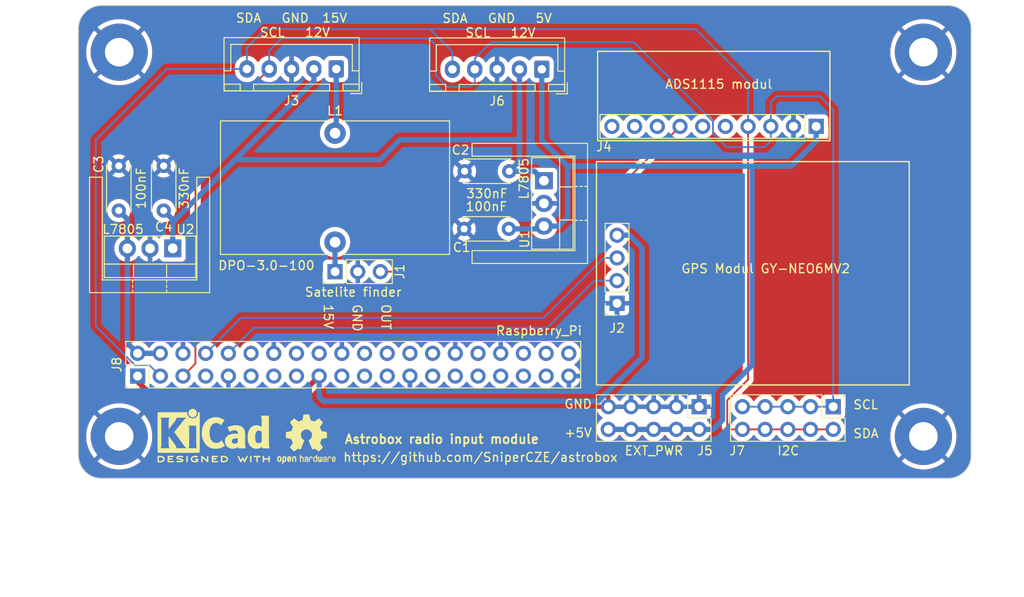
<source format=kicad_pcb>
(kicad_pcb (version 20240108) (generator "pcbnew") (generator_version "8.0")
  (title_block (title "Astrobox") (date "2024-04-13") (rev "1"))
  (layers (0 "F.Cu" signal) (31 "B.Cu" signal) (34 "B.Paste" user) (35 "F.Paste" user) (36 "B.SilkS" user "B.Silkscreen") (37 "F.SilkS" user "F.Silkscreen") (38 "B.Mask" user) (39 "F.Mask" user) (44 "Edge.Cuts" user))
  (net 0 "")
  (net 1 "/5V")
  (net 2 "GND")
  (net 3 "/12V")
  (net 4 "Net-(J1-Pin_1)")
  (net 5 "Net-(J1-Pin_3)")
  (net 6 "/15V")
  (net 31 "/3V3")
  (net 32 "/SDA")
  (net 33 "/SCL")
  (net 39 "/RPI-TX")
  (net 40 "/RPI-RX")
  (net 41 "Net-(U2-OUT)")
  (footprint "Connector_PinHeader_2.54mm:PinHeader_2x20_P2.54mm_Vertical" (layer "F.Cu") (at 67.056 71.247 90)
    (property "Reference" "J8" (at 1.27 -2.33 90) (layer "F.SilkS"))
    (property "Value" "Raspberry_Pi" (at 5.07 44.92 180) (layer "F.SilkS"))
    (pad "1" thru_hole rect (at 0 0 90) (size 1.7 1.7) (drill 1) (layers "*.Cu" "*.Mask") (net 31 "/3V3"))
    (pad "2" thru_hole oval (at 2.54 0 90) (size 1.7 1.7) (drill 1) (layers "*.Cu" "*.Mask") (net 41 "Net-(U2-OUT)"))
    (pad "3" thru_hole oval (at 0 2.54 90) (size 1.7 1.7) (drill 1) (layers "*.Cu" "*.Mask") (net 32 "/SDA"))
    (pad "4" thru_hole oval (at 2.54 2.54 90) (size 1.7 1.7) (drill 1) (layers "*.Cu" "*.Mask") (net 41 "Net-(U2-OUT)"))
    (pad "5" thru_hole oval (at 0 5.08 90) (size 1.7 1.7) (drill 1) (layers "*.Cu" "*.Mask") (net 33 "/SCL"))
    (pad "6" thru_hole oval (at 2.54 5.08 90) (size 1.7 1.7) (drill 1) (layers "*.Cu" "*.Mask") (net 2 "GND"))
    (pad "7" thru_hole oval (at 0 7.62 90) (size 1.7 1.7) (drill 1) (layers "*.Cu" "*.Mask"))
    (pad "8" thru_hole oval (at 2.54 7.62 90) (size 1.7 1.7) (drill 1) (layers "*.Cu" "*.Mask") (net 39 "/RPI-TX"))
    (pad "9" thru_hole oval (at 0 10.16 90) (size 1.7 1.7) (drill 1) (layers "*.Cu" "*.Mask") (net 2 "GND"))
    (pad "10" thru_hole oval (at 2.54 10.16 90) (size 1.7 1.7) (drill 1) (layers "*.Cu" "*.Mask") (net 40 "/RPI-RX"))
    (pad "11" thru_hole oval (at 0 12.7 90) (size 1.7 1.7) (drill 1) (layers "*.Cu" "*.Mask"))
    (pad "12" thru_hole oval (at 2.54 12.7 90) (size 1.7 1.7) (drill 1) (layers "*.Cu" "*.Mask"))
    (pad "13" thru_hole oval (at 0 15.24 90) (size 1.7 1.7) (drill 1) (layers "*.Cu" "*.Mask"))
    (pad "14" thru_hole oval (at 2.54 15.24 90) (size 1.7 1.7) (drill 1) (layers "*.Cu" "*.Mask") (net 2 "GND"))
    (pad "15" thru_hole oval (at 0 17.78 90) (size 1.7 1.7) (drill 1) (layers "*.Cu" "*.Mask"))
    (pad "16" thru_hole oval (at 2.54 17.78 90) (size 1.7 1.7) (drill 1) (layers "*.Cu" "*.Mask"))
    (pad "17" thru_hole oval (at 0 20.32 90) (size 1.7 1.7) (drill 1) (layers "*.Cu" "*.Mask") (net 31 "/3V3"))
    (pad "18" thru_hole oval (at 2.54 20.32 90) (size 1.7 1.7) (drill 1) (layers "*.Cu" "*.Mask"))
    (pad "19" thru_hole oval (at 0 22.86 90) (size 1.7 1.7) (drill 1) (layers "*.Cu" "*.Mask"))
    (pad "20" thru_hole oval (at 2.54 22.86 90) (size 1.7 1.7) (drill 1) (layers "*.Cu" "*.Mask") (net 2 "GND"))
    (pad "21" thru_hole oval (at 0 25.4 90) (size 1.7 1.7) (drill 1) (layers "*.Cu" "*.Mask"))
    (pad "22" thru_hole oval (at 2.54 25.4 90) (size 1.7 1.7) (drill 1) (layers "*.Cu" "*.Mask"))
    (pad "23" thru_hole oval (at 0 27.94 90) (size 1.7 1.7) (drill 1) (layers "*.Cu" "*.Mask"))
    (pad "24" thru_hole oval (at 2.54 27.94 90) (size 1.7 1.7) (drill 1) (layers "*.Cu" "*.Mask"))
    (pad "25" thru_hole oval (at 0 30.48 90) (size 1.7 1.7) (drill 1) (layers "*.Cu" "*.Mask") (net 2 "GND"))
    (pad "26" thru_hole oval (at 2.54 30.48 90) (size 1.7 1.7) (drill 1) (layers "*.Cu" "*.Mask"))
    (pad "27" thru_hole oval (at 0 33.02 90) (size 1.7 1.7) (drill 1) (layers "*.Cu" "*.Mask"))
    (pad "28" thru_hole oval (at 2.54 33.02 90) (size 1.7 1.7) (drill 1) (layers "*.Cu" "*.Mask"))
    (pad "29" thru_hole oval (at 0 35.56 90) (size 1.7 1.7) (drill 1) (layers "*.Cu" "*.Mask"))
    (pad "30" thru_hole oval (at 2.54 35.56 90) (size 1.7 1.7) (drill 1) (layers "*.Cu" "*.Mask") (net 2 "GND"))
    (pad "31" thru_hole oval (at 0 38.1 90) (size 1.7 1.7) (drill 1) (layers "*.Cu" "*.Mask"))
    (pad "32" thru_hole oval (at 2.54 38.1 90) (size 1.7 1.7) (drill 1) (layers "*.Cu" "*.Mask"))
    (pad "33" thru_hole oval (at 0 40.64 90) (size 1.7 1.7) (drill 1) (layers "*.Cu" "*.Mask"))
    (pad "34" thru_hole oval (at 2.54 40.64 90) (size 1.7 1.7) (drill 1) (layers "*.Cu" "*.Mask") (net 2 "GND"))
    (pad "35" thru_hole oval (at 0 43.18 90) (size 1.7 1.7) (drill 1) (layers "*.Cu" "*.Mask"))
    (pad "36" thru_hole oval (at 2.54 43.18 90) (size 1.7 1.7) (drill 1) (layers "*.Cu" "*.Mask"))
    (pad "37" thru_hole oval (at 0 45.72 90) (size 1.7 1.7) (drill 1) (layers "*.Cu" "*.Mask"))
    (pad "38" thru_hole oval (at 2.54 45.72 90) (size 1.7 1.7) (drill 1) (layers "*.Cu" "*.Mask"))
    (pad "39" thru_hole oval (at 0 48.26 90) (size 1.7 1.7) (drill 1) (layers "*.Cu" "*.Mask") (net 2 "GND"))
    (pad "40" thru_hole oval (at 2.54 48.26 90) (size 1.7 1.7) (drill 1) (layers "*.Cu" "*.Mask"))
  )
  (footprint "MountingHole:MountingHole_3.2mm_M3_Pad" (layer "F.Cu") (at 155 78)
    (property "Reference" "REF**")
    (property "Value" "MountingHole_3.2mm_M3_Pad")
    (pad "1" thru_hole circle (at 0 0) (size 6.4 6.4) (drill 3.2) (layers "*.Cu" "*.Mask") (net 2 "GND"))
  )
  (footprint "MountingHole:MountingHole_3.2mm_M3_Pad" (layer "F.Cu") (at 65 35)
    (property "Reference" "REF**")
    (property "Value" "MountingHole_3.2mm_M3_Pad")
    (pad "1" thru_hole circle (at 0 0) (size 6.4 6.4) (drill 3.2) (layers "*.Cu" "*.Mask") (net 2 "GND"))
  )
  (footprint "Inductor_THT:L_Toroid_Vertical_L25.4mm_W14.7mm_P12.20mm_Vishay_TJ5" (layer "F.Cu") (at 89.154 44.061)
    (property "Reference" "L1" (at 0 -2.5 0) (layer "F.SilkS"))
    (property "Value" "DPO-3.0-100" (at -7.682 14.816 0) (layer "F.SilkS"))
    (pad "1" thru_hole circle (at 0 0) (size 2.4 2.4) (drill 1.2) (layers "*.Cu" "*.Mask") (net 6 "/15V"))
    (pad "2" thru_hole circle (at 0 12.2) (size 2.4 2.4) (drill 1.2) (layers "*.Cu" "*.Mask") (net 4 "Net-(J1-Pin_1)"))
  )
  (footprint "Symbol:KiCad-Logo2_5mm_SilkScreen" (layer "F.Cu") (at 75.565 77.9018)
    (property "Reference" "REF**" (hide yes))
    (property "Value" "KiCad-Logo2_5mm_SilkScreen" (hide yes))
  )
  (footprint "Connector_JST:JST_XH_B5B-XH-A_1x05_P2.50mm_Vertical" (layer "F.Cu") (at 89.288 36.88 180)
    (property "Reference" "J3" (at 5 -3.55 180) (layer "F.SilkS"))
    (property "Value" "INTERCOM1")
    (pad "1" thru_hole roundrect (at 0 0 180) (size 1.7 1.95) (drill 0.95) (layers "*.Cu" "*.Mask") (roundrect_rratio 0.147059) (net 6 "/15V"))
    (pad "2" thru_hole oval (at 2.5 0 180) (size 1.7 1.95) (drill 0.95) (layers "*.Cu" "*.Mask") (net 3 "/12V"))
    (pad "3" thru_hole oval (at 5 0 180) (size 1.7 1.95) (drill 0.95) (layers "*.Cu" "*.Mask") (net 2 "GND"))
    (pad "4" thru_hole oval (at 7.5 0 180) (size 1.7 1.95) (drill 0.95) (layers "*.Cu" "*.Mask") (net 33 "/SCL"))
    (pad "5" thru_hole oval (at 10 0 180) (size 1.7 1.95) (drill 0.95) (layers "*.Cu" "*.Mask") (net 32 "/SDA"))
  )
  (footprint "Connector_PinSocket_2.54mm:PinSocket_1x04_P2.54mm_Vertical" (layer "F.Cu") (at 120.716 63.107 180)
    (property "Reference" "J2" (at 0 -2.77 0) (layer "F.SilkS"))
    (property "Value" "GPS Modul GY-NEO6MV2 " (at -17.015 3.883 0) (layer "F.SilkS"))
    (pad "1" thru_hole rect (at 0 0 180) (size 1.7 1.7) (drill 1) (layers "*.Cu" "*.Mask") (net 2 "GND"))
    (pad "2" thru_hole oval (at 0 2.54 180) (size 1.7 1.7) (drill 1) (layers "*.Cu" "*.Mask") (net 40 "/RPI-RX"))
    (pad "3" thru_hole oval (at 0 5.08 180) (size 1.7 1.7) (drill 1) (layers "*.Cu" "*.Mask") (net 39 "/RPI-TX"))
    (pad "4" thru_hole oval (at 0 7.62 180) (size 1.7 1.7) (drill 1) (layers "*.Cu" "*.Mask") (net 31 "/3V3"))
  )
  (footprint "Connector_PinSocket_2.54mm:PinSocket_1x10_P2.54mm_Vertical" (layer "F.Cu") (at 143.002 43.307 -90)
    (property "Reference" "J4" (at 2.286 23.749 0) (layer "F.SilkS"))
    (property "Value" "ADS1115 modul" (at -4.725 10.91 0) (layer "F.SilkS"))
    (pad "1" thru_hole rect (at 0 0 270) (size 1.7 1.7) (drill 1) (layers "*.Cu" "*.Mask") (net 1 "/5V"))
    (pad "2" thru_hole oval (at 0 2.54 270) (size 1.7 1.7) (drill 1) (layers "*.Cu" "*.Mask") (net 2 "GND"))
    (pad "3" thru_hole oval (at 0 5.08 270) (size 1.7 1.7) (drill 1) (layers "*.Cu" "*.Mask") (net 33 "/SCL"))
    (pad "4" thru_hole oval (at 0 7.62 270) (size 1.7 1.7) (drill 1) (layers "*.Cu" "*.Mask") (net 32 "/SDA"))
    (pad "5" thru_hole oval (at 0 10.16 270) (size 1.7 1.7) (drill 1) (layers "*.Cu" "*.Mask"))
    (pad "6" thru_hole oval (at 0 12.7 270) (size 1.7 1.7) (drill 1) (layers "*.Cu" "*.Mask"))
    (pad "7" thru_hole oval (at 0 15.24 270) (size 1.7 1.7) (drill 1) (layers "*.Cu" "*.Mask") (net 5 "Net-(J1-Pin_3)"))
    (pad "8" thru_hole oval (at 0 17.78 270) (size 1.7 1.7) (drill 1) (layers "*.Cu" "*.Mask"))
    (pad "9" thru_hole oval (at 0 20.32 270) (size 1.7 1.7) (drill 1) (layers "*.Cu" "*.Mask"))
    (pad "10" thru_hole oval (at 0 22.86 270) (size 1.7 1.7) (drill 1) (layers "*.Cu" "*.Mask"))
  )
  (footprint "MountingHole:MountingHole_3.2mm_M3_Pad" (layer "F.Cu") (at 155 35)
    (property "Reference" "REF**")
    (property "Value" "MountingHole_3.2mm_M3_Pad")
    (pad "1" thru_hole circle (at 0 0) (size 6.4 6.4) (drill 3.2) (layers "*.Cu" "*.Mask") (net 2 "GND"))
  )
  (footprint "Connector_JST:JST_XH_B5B-XH-A_1x05_P2.50mm_Vertical" (layer "F.Cu") (at 112.291 36.913381 180)
    (property "Reference" "J6" (at 5 -3.55 180) (layer "F.SilkS"))
    (property "Value" "INTERCOM2")
    (pad "1" thru_hole roundrect (at 0 0 180) (size 1.7 1.95) (drill 0.95) (layers "*.Cu" "*.Mask") (roundrect_rratio 0.147059) (net 1 "/5V"))
    (pad "2" thru_hole oval (at 2.5 0 180) (size 1.7 1.95) (drill 0.95) (layers "*.Cu" "*.Mask") (net 3 "/12V"))
    (pad "3" thru_hole oval (at 5 0 180) (size 1.7 1.95) (drill 0.95) (layers "*.Cu" "*.Mask") (net 2 "GND"))
    (pad "4" thru_hole oval (at 7.5 0 180) (size 1.7 1.95) (drill 0.95) (layers "*.Cu" "*.Mask") (net 33 "/SCL"))
    (pad "5" thru_hole oval (at 10 0 180) (size 1.7 1.95) (drill 0.95) (layers "*.Cu" "*.Mask") (net 32 "/SDA"))
  )
  (footprint "Symbol:OSHW-Logo2_7.3x6mm_SilkScreen" (layer "F.Cu") (at 85.9536 78.3082)
    (property "Reference" "REF**" (hide yes))
    (property "Value" "OSHW-Logo2_7.3x6mm_SilkScreen" (hide yes))
  )
  (footprint "Capacitor_THT:C_Disc_D5.0mm_W2.5mm_P5.00mm" (layer "F.Cu") (at 64.95 52.725 90)
    (property "Reference" "C3" (at 5.175 -2.25 -90) (layer "F.SilkS"))
    (property "Value" "100nF" (at 2.5 2.5 -90) (layer "F.SilkS"))
    (pad "1" thru_hole circle (at 0 0 90) (size 1.6 1.6) (drill 0.8) (layers "*.Cu" "*.Mask") (net 41 "Net-(U2-OUT)"))
    (pad "2" thru_hole circle (at 5 0 90) (size 1.6 1.6) (drill 0.8) (layers "*.Cu" "*.Mask") (net 2 "GND"))
  )
  (footprint "Capacitor_THT:C_Disc_D5.0mm_W2.5mm_P5.00mm" (layer "F.Cu") (at 69.975 47.725 -90)
    (property "Reference" "C4" (at 6.818 0 180) (layer "F.SilkS"))
    (property "Value" "330nF" (at 2.5 -2.286 90) (layer "F.SilkS"))
    (pad "1" thru_hole circle (at 0 0 270) (size 1.6 1.6) (drill 0.8) (layers "*.Cu" "*.Mask") (net 2 "GND"))
    (pad "2" thru_hole circle (at 5 0 270) (size 1.6 1.6) (drill 0.8) (layers "*.Cu" "*.Mask") (net 3 "/12V"))
  )
  (footprint "Package_TO_SOT_THT:TO-220-3_Vertical" (layer "F.Cu") (at 70.99 56.955 180)
    (property "Reference" "U2" (at -1.41 2.13 180) (layer "F.SilkS"))
    (property "Value" "L7805" (at 5.565 2.13 180) (layer "F.SilkS"))
    (pad "1" thru_hole rect (at 0 0 180) (size 1.905 2) (drill 1.1) (layers "*.Cu" "*.Mask") (net 3 "/12V"))
    (pad "2" thru_hole oval (at 2.54 0 180) (size 1.905 2) (drill 1.1) (layers "*.Cu" "*.Mask") (net 2 "GND"))
    (pad "3" thru_hole oval (at 5.08 0 180) (size 1.905 2) (drill 1.1) (layers "*.Cu" "*.Mask") (net 41 "Net-(U2-OUT)"))
  )
  (footprint "MountingHole:MountingHole_3.2mm_M3_Pad" (layer "F.Cu") (at 65 78)
    (property "Reference" "REF**")
    (property "Value" "MountingHole_3.2mm_M3_Pad")
    (pad "1" thru_hole circle (at 0 0) (size 6.4 6.4) (drill 3.2) (layers "*.Cu" "*.Mask") (net 2 "GND"))
  )
  (footprint "Connector_PinHeader_2.54mm:PinHeader_1x03_P2.54mm_Vertical" (layer "F.Cu") (at 89.154 59.563 90)
    (property "Reference" "J1" (at 0 7.239 90) (layer "F.SilkS"))
    (property "Value" "Satelite finder" (at -2.286 2.032 0) (layer "F.SilkS"))
    (pad "1" thru_hole rect (at 0 0 90) (size 1.7 1.7) (drill 1) (layers "*.Cu" "*.Mask") (net 4 "Net-(J1-Pin_1)"))
    (pad "2" thru_hole oval (at 0 2.54 90) (size 1.7 1.7) (drill 1) (layers "*.Cu" "*.Mask") (net 2 "GND"))
    (pad "3" thru_hole oval (at 0 5.08 90) (size 1.7 1.7) (drill 1) (layers "*.Cu" "*.Mask") (net 5 "Net-(J1-Pin_3)"))
  )
  (footprint "Heatsink:Heatsink_Stonecold_HS-S03_13.21x12.7mm" (layer "F.Cu") (at 68.4 61.8 180)
    (property "Reference" "REF**")
    (property "Value" "Heatsink_Stonecold_HS-S03_13.21x12.7mm")
  )
  (footprint "Package_TO_SOT_THT:TO-220-3_Vertical" (layer "F.Cu") (at 112.53 49.385 -90)
    (property "Reference" "U1" (at 6.54 2.155 90) (layer "F.SilkS"))
    (property "Value" "L7805" (at -0.235 2.23 90) (layer "F.SilkS"))
    (pad "1" thru_hole rect (at 0 0 270) (size 1.905 2) (drill 1.1) (layers "*.Cu" "*.Mask") (net 3 "/12V"))
    (pad "2" thru_hole oval (at 2.54 0 270) (size 1.905 2) (drill 1.1) (layers "*.Cu" "*.Mask") (net 2 "GND"))
    (pad "3" thru_hole oval (at 5.08 0 270) (size 1.905 2) (drill 1.1) (layers "*.Cu" "*.Mask") (net 1 "/5V"))
  )
  (footprint "Connector_PinHeader_2.54mm:PinHeader_2x05_P2.54mm_Vertical" (layer "F.Cu") (at 144.907 74.676 -90)
    (property "Reference" "J7" (at 4.9276 10.7442 180) (layer "F.SilkS"))
    (property "Value" "I2C" (at 4.9276 5.0292 180) (layer "F.SilkS"))
    (pad "1" thru_hole rect (at 0 0 270) (size 1.7 1.7) (drill 1) (layers "*.Cu" "*.Mask") (net 33 "/SCL"))
    (pad "2" thru_hole oval (at 2.54 0 270) (size 1.7 1.7) (drill 1) (layers "*.Cu" "*.Mask") (net 32 "/SDA"))
    (pad "3" thru_hole oval (at 0 2.54 270) (size 1.7 1.7) (drill 1) (layers "*.Cu" "*.Mask") (net 33 "/SCL"))
    (pad "4" thru_hole oval (at 2.54 2.54 270) (size 1.7 1.7) (drill 1) (layers "*.Cu" "*.Mask") (net 32 "/SDA"))
    (pad "5" thru_hole oval (at 0 5.08 270) (size 1.7 1.7) (drill 1) (layers "*.Cu" "*.Mask") (net 33 "/SCL"))
    (pad "6" thru_hole oval (at 2.54 5.08 270) (size 1.7 1.7) (drill 1) (layers "*.Cu" "*.Mask") (net 32 "/SDA"))
    (pad "7" thru_hole oval (at 0 7.62 270) (size 1.7 1.7) (drill 1) (layers "*.Cu" "*.Mask") (net 33 "/SCL"))
    (pad "8" thru_hole oval (at 2.54 7.62 270) (size 1.7 1.7) (drill 1) (layers "*.Cu" "*.Mask") (net 32 "/SDA"))
    (pad "9" thru_hole oval (at 0 10.16 270) (size 1.7 1.7) (drill 1) (layers "*.Cu" "*.Mask") (net 33 "/SCL"))
    (pad "10" thru_hole oval (at 2.54 10.16 270) (size 1.7 1.7) (drill 1) (layers "*.Cu" "*.Mask") (net 32 "/SDA"))
  )
  (footprint "Connector_PinHeader_2.54mm:PinHeader_2x05_P2.54mm_Vertical" (layer "F.Cu") (at 129.8956 74.676 -90)
    (property "Reference" "J5" (at 4.9276 -0.6604 180) (layer "F.SilkS"))
    (property "Value" "EXT_PWR" (at 4.9326 5.0496 180) (layer "F.SilkS"))
    (pad "1" thru_hole rect (at 0 0 270) (size 1.7 1.7) (drill 1) (layers "*.Cu" "*.Mask") (net 2 "GND"))
    (pad "2" thru_hole oval (at 2.54 0 270) (size 1.7 1.7) (drill 1) (layers "*.Cu" "*.Mask") (net 1 "/5V"))
    (pad "3" thru_hole oval (at 0 2.54 270) (size 1.7 1.7) (drill 1) (layers "*.Cu" "*.Mask") (net 2 "GND"))
    (pad "4" thru_hole oval (at 2.54 2.54 270) (size 1.7 1.7) (drill 1) (layers "*.Cu" "*.Mask") (net 1 "/5V"))
    (pad "5" thru_hole oval (at 0 5.08 270) (size 1.7 1.7) (drill 1) (layers "*.Cu" "*.Mask") (net 2 "GND"))
    (pad "6" thru_hole oval (at 2.54 5.08 270) (size 1.7 1.7) (drill 1) (layers "*.Cu" "*.Mask") (net 1 "/5V"))
    (pad "7" thru_hole oval (at 0 7.62 270) (size 1.7 1.7) (drill 1) (layers "*.Cu" "*.Mask") (net 2 "GND"))
    (pad "8" thru_hole oval (at 2.54 7.62 270) (size 1.7 1.7) (drill 1) (layers "*.Cu" "*.Mask") (net 1 "/5V"))
    (pad "9" thru_hole oval (at 0 10.16 270) (size 1.7 1.7) (drill 1) (layers "*.Cu" "*.Mask") (net 2 "GND"))
    (pad "10" thru_hole oval (at 2.54 10.16 270) (size 1.7 1.7) (drill 1) (layers "*.Cu" "*.Mask") (net 1 "/5V"))
  )
  (footprint "Heatsink:Heatsink_Stonecold_HS-S03_13.21x12.7mm" (layer "F.Cu") (at 117.3 51.925 -90)
    (property "Reference" "REF**")
    (property "Value" "Heatsink_Stonecold_HS-S03_13.21x12.7mm")
  )
  (footprint "Capacitor_THT:C_Disc_D5.0mm_W2.5mm_P5.00mm" (layer "F.Cu") (at 108.6 54.775 180)
    (property "Reference" "C1" (at 5.275 -2.075 180) (layer "F.SilkS"))
    (property "Value" "100nF" (at 2.5 2.5 180) (layer "F.SilkS"))
    (pad "1" thru_hole circle (at 0 0 180) (size 1.6 1.6) (drill 0.8) (layers "*.Cu" "*.Mask") (net 1 "/5V"))
    (pad "2" thru_hole circle (at 5 0 180) (size 1.6 1.6) (drill 0.8) (layers "*.Cu" "*.Mask") (net 2 "GND"))
  )
  (footprint "Capacitor_THT:C_Disc_D5.0mm_W2.5mm_P5.00mm" (layer "F.Cu") (at 103.65 48.325)
    (property "Reference" "C2" (at -0.45 -2.375 0) (layer "F.SilkS"))
    (property "Value" "330nF" (at 2.5 2.5 0) (layer "F.SilkS"))
    (pad "1" thru_hole circle (at 0 0) (size 1.6 1.6) (drill 0.8) (layers "*.Cu" "*.Mask") (net 2 "GND"))
    (pad "2" thru_hole circle (at 5 0) (size 1.6 1.6) (drill 0.8) (layers "*.Cu" "*.Mask") (net 3 "/12V"))
  )
  (gr_rect (start 118.416 47.244) (end 153.416 72.244) (stroke (width 0.15)) (fill none) (layer "F.SilkS"))
  (gr_rect (start 118.542 34.907) (end 144.542 44.907) (stroke (width 0.15)) (fill none) (layer "F.SilkS"))
  (gr_line (start 60.430199 32.470846) (end 60.429251 80.216272) (stroke (width 0.1)) (layer "Edge.Cuts"))
  (gr_line (start 157.650805 29.775471) (end 62.912728 29.771451) (stroke (width 0.1)) (layer "Edge.Cuts"))
  (gr_line (start 160.346601 80.000354) (end 160.3502 32.258) (stroke (width 0.1)) (layer "Edge.Cuts"))
  (gr_arc (start 160.346601 80.000354) (mid 159.6644 81.8642) (end 157.864072 82.699749) (stroke (width 0.1)) (layer "Edge.Cuts"))
  (gr_line (start 63.128646 82.698801) (end 157.864072 82.699749) (stroke (width 0.1)) (layer "Edge.Cuts"))
  (gr_arc (start 157.650805 29.775471) (mid 159.514651 30.457672) (end 160.3502 32.258) (stroke (width 0.1)) (layer "Edge.Cuts"))
  (gr_arc (start 63.128646 82.698801) (mid 61.2648 82.0166) (end 60.429251 80.216272) (stroke (width 0.1)) (layer "Edge.Cuts"))
  (gr_arc (start 60.430199 32.470846) (mid 61.1124 30.607) (end 62.912728 29.771451) (stroke (width 0.1)) (layer "Edge.Cuts"))
  (gr_text "GND\n\n+5V" (at 114.7368 78.1862 0) (layer "F.SilkS") (effects (font (size 1 1)) (justify left bottom)))
  (gr_text "https://github.com/SniperCZE/astrobox" (at 89.9922 80.9244 0) (layer "F.SilkS") (effects (font (size 1 1)) (justify left bottom)))
  (gr_text "SDA   GND  15V\n SCL   12V" (at 84.288 33.37 0) (layer "F.SilkS") (effects (font (size 1 1)) (justify bottom)))
  (gr_text "Astrobox radio input module" (at 90.1446 78.8924 0) (layer "F.SilkS") (effects (font (size 1 1) (thickness 0.2) (bold yes)) (justify left bottom)))
  (gr_text "SCL\n\nSDA" (at 147.071 78.2624 0) (layer "F.SilkS") (effects (font (size 1 1)) (justify left bottom)))
  (gr_text "SDA   GND   5V\n SCL   12V" (at 107.291 33.403381 0) (layer "F.SilkS") (effects (font (size 1 1)) (justify bottom)))
  (gr_text "OUT\n\nGND\n\n15V" (at 87.824 63.119 -90) (layer "F.SilkS") (effects (font (size 1 1)) (justify left bottom)))
  (segment (start 131.4704 77.216) (end 132.5118 76.1746) (width 0.6) (layer "B.Cu") (net 1))
  (segment (start 132.5118 73.3552) (end 135.825 70.042) (width 0.6) (layer "B.Cu") (net 1))
  (segment (start 124.8156 77.216) (end 127.3556 77.216) (width 0.6) (layer "B.Cu") (net 1))
  (segment (start 135.825 70.042) (end 135.825 70.0024) (width 0.6) (layer "B.Cu") (net 1))
  (segment (start 108.6 54.775) (end 112.22 54.775) (width 0.6) (layer "B.Cu") (net 1))
  (segment (start 115.175 53.475) (end 114.185 54.465) (width 0.6) (layer "B.Cu") (net 1))
  (segment (start 122.2756 77.216) (end 124.8156 77.216) (width 0.6) (layer "B.Cu") (net 1))
  (segment (start 132.5118 76.1746) (end 132.5118 73.3552) (width 0.6) (layer "B.Cu") (net 1))
  (segment (start 127.3556 77.216) (end 129.8956 77.216) (width 0.6) (layer "B.Cu") (net 1))
  (segment (start 112.22 54.775) (end 112.53 54.465) (width 0.6) (layer "B.Cu") (net 1))
  (segment (start 129.8956 77.216) (end 131.4704 77.216) (width 0.6) (layer "B.Cu") (net 1))
  (segment (start 114.185 54.465) (end 112.53 54.465) (width 0.6) (layer "B.Cu") (net 1))
  (segment (start 135.825 47.75) (end 140.225 47.75) (width 0.6) (layer "B.Cu") (net 1))
  (segment (start 115.175 47.75) (end 115.175 53.475) (width 0.6) (layer "B.Cu") (net 1))
  (segment (start 140.225 47.75) (end 143.002 44.973) (width 0.6) (layer "B.Cu") (net 1))
  (segment (start 112.291 36.913381) (end 112.291 44.866) (width 0.6) (layer "B.Cu") (net 1))
  (segment (start 112.291 44.866) (end 115.175 47.75) (width 0.6) (layer "B.Cu") (net 1))
  (segment (start 135.825 70.0024) (end 135.825 47.75) (width 0.6) (layer "B.Cu") (net 1))
  (segment (start 115.175 47.75) (end 135.825 47.75) (width 0.6) (layer "B.Cu") (net 1))
  (segment (start 119.7356 77.216) (end 122.2756 77.216) (width 0.6) (layer "B.Cu") (net 1))
  (segment (start 143.002 44.973) (end 143.002 43.307) (width 0.6) (layer "B.Cu") (net 1))
  (segment (start 109.791 47.184) (end 108.65 48.325) (width 0.6) (layer "B.Cu") (net 3))
  (segment (start 96.425 44.8) (end 94.1925 47.0325) (width 0.6) (layer "B.Cu") (net 3))
  (segment (start 70.99 54.025) (end 70.99 53.74) (width 0.6) (layer "B.Cu") (net 3))
  (segment (start 86.788 38.227) (end 77.9825 47.0325) (width 0.6) (layer "B.Cu") (net 3))
  (segment (start 86.788 36.88) (end 86.788 38.227) (width 0.6) (layer "B.Cu") (net 3))
  (segment (start 70.99 53.74) (end 69.975 52.725) (width 0.6) (layer "B.Cu") (net 3))
  (segment (start 94.1925 47.0325) (end 77.9825 47.0325) (width 0.6) (layer "B.Cu") (net 3))
  (segment (start 109.791 36.913381) (end 109.791 44.8) (width 0.6) (layer "B.Cu") (net 3))
  (segment (start 108.65 48.325) (end 111.47 48.325) (width 0.6) (layer "B.Cu") (net 3))
  (segment (start 77.9825 47.0325) (end 70.99 54.025) (width 0.6) (layer "B.Cu") (net 3))
  (segment (start 109.791 44.8) (end 109.791 47.184) (width 0.6) (layer "B.Cu") (net 3))
  (segment (start 109.791 44.8) (end 96.425 44.8) (width 0.6) (layer "B.Cu") (net 3))
  (segment (start 70.99 56.955) (end 70.99 54.025) (width 0.6) (layer "B.Cu") (net 3))
  (segment (start 111.47 48.325) (end 112.53 49.385) (width 0.6) (layer "B.Cu") (net 3))
  (segment (start 89.154 59.563) (end 89.154 56.261) (width 0.6) (layer "B.Cu") (net 4))
  (segment (start 111.506 59.563) (end 127.762 43.307) (width 0.2) (layer "F.Cu") (net 5))
  (segment (start 94.234 59.563) (end 111.506 59.563) (width 0.2) (layer "F.Cu") (net 5))
  (segment (start 89.288 43.927) (end 89.154 44.061) (width 0.6) (layer "B.Cu") (net 6))
  (segment (start 89.288 36.88) (end 89.288 43.927) (width 0.6) (layer "B.Cu") (net 6))
  (segment (start 67.056 71.247) (end 67.056 71.856) (width 0.6) (layer "F.Cu") (net 31))
  (segment (start 68.175 72.975) (end 85.648 72.975) (width 0.6) (layer "F.Cu") (net 31))
  (segment (start 67.056 71.856) (end 68.175 72.975) (width 0.6) (layer "F.Cu") (net 31))
  (segment (start 85.648 72.975) (end 87.376 71.247) (width 0.6) (layer "F.Cu") (net 31))
  (segment (start 123.5 56.875) (end 123.5 69.175) (width 0.6) (layer "B.Cu") (net 31))
  (segment (start 87.85 74.05) (end 87.376 73.576) (width 0.6) (layer "B.Cu") (net 31))
  (segment (start 122.112 55.487) (end 123.5 56.875) (width 0.6) (layer "B.Cu") (net 31))
  (segment (start 118.625 74.05) (end 87.85 74.05) (width 0.6) (layer "B.Cu") (net 31))
  (segment (start 87.376 73.576) (end 87.376 71.247) (width 0.6) (layer "B.Cu") (net 31))
  (segment (start 123.5 69.175) (end 118.625 74.05) (width 0.6) (layer "B.Cu") (net 31))
  (segment (start 120.716 55.487) (end 122.112 55.487) (width 0.6) (layer "B.Cu") (net 31))
  (segment (start 135.382 71.628) (end 133.0452 73.9648) (width 0.2) (layer "F.Cu") (net 32))
  (segment (start 133.35 77.216) (end 134.747 77.216) (width 0.2) (layer "F.Cu") (net 32))
  (segment (start 139.827 77.216) (end 142.367 77.216) (width 0.2) (layer "F.Cu") (net 32))
  (segment (start 133.0452 76.9112) (end 133.35 77.216) (width 0.2) (layer "F.Cu") (net 32))
  (segment (start 135.382 43.307) (end 135.382 71.628) (width 0.2) (layer "F.Cu") (net 32))
  (segment (start 133.0452 73.9648) (end 133.0452 76.9112) (width 0.2) (layer "F.Cu") (net 32))
  (segment (start 142.367 77.216) (end 144.907 77.216) (width 0.2) (layer "F.Cu") (net 32))
  (segment (start 137.287 77.216) (end 139.827 77.216) (width 0.2) (layer "F.Cu") (net 32))
  (segment (start 134.747 77.216) (end 137.287 77.216) (width 0.2) (layer "F.Cu") (net 32))
  (segment (start 129.525 32.425) (end 99.775 32.425) (width 0.2) (layer "B.Cu") (net 32))
  (segment (start 135.382 43.307) (end 135.382 38.282) (width 0.2) (layer "B.Cu") (net 32))
  (segment (start 70.32 36.88) (end 79.288 36.88) (width 0.2) (layer "B.Cu") (net 32))
  (segment (start 69.596 71.247) (end 68.374 70.025) (width 0.2) (layer "B.Cu") (net 32))
  (segment (start 102.291 34.941) (end 102.291 36.913381) (width 0.2) (layer "B.Cu") (net 32))
  (segment (start 99.775 32.425) (end 102.291 34.941) (width 0.2) (layer "B.Cu") (net 32))
  (segment (start 79.288 36.88) (end 79.288 34.487) (width 0.2) (layer "B.Cu") (net 32))
  (segment (start 135.382 38.282) (end 129.525 32.425) (width 0.2) (layer "B.Cu") (net 32))
  (segment (start 81.35 32.425) (end 99.775 32.425) (width 0.2) (layer "B.Cu") (net 32))
  (segment (start 66.747654 70.025) (end 62.375 65.652346) (width 0.2) (layer "B.Cu") (net 32))
  (segment (start 62.375 44.825) (end 70.32 36.88) (width 0.2) (layer "B.Cu") (net 32))
  (segment (start 79.288 34.487) (end 81.35 32.425) (width 0.2) (layer "B.Cu") (net 32))
  (segment (start 62.375 65.652346) (end 62.375 44.825) (width 0.2) (layer "B.Cu") (net 32))
  (segment (start 68.374 70.025) (end 66.747654 70.025) (width 0.2) (layer "B.Cu") (net 32))
  (segment (start 72.136 71.247) (end 73.526 69.857) (width 0.2) (layer "F.Cu") (net 33))
  (segment (start 73.526 69.857) (end 73.526 45.142) (width 0.2) (layer "F.Cu") (net 33))
  (segment (start 73.526 45.142) (end 81.788 36.88) (width 0.2) (layer "F.Cu") (net 33))
  (segment (start 81.788 34.812) (end 83.15 33.45) (width 0.2) (layer "B.Cu") (net 33))
  (segment (start 137.287 74.676) (end 139.827 74.676) (width 0.2) (layer "B.Cu") (net 33))
  (segment (start 137.922 43.307) (end 137.922 44.953) (width 0.2) (layer "B.Cu") (net 33))
  (segment (start 101.7 38.875) (end 104.275 38.875) (width 0.2) (layer "B.Cu") (net 33))
  (segment (start 137.922 44.953) (end 137.25 45.625) (width 0.2) (layer "B.Cu") (net 33))
  (segment (start 83.15 33.45) (end 99.675 33.45) (width 0.2) (layer "B.Cu") (net 33))
  (segment (start 104.791 35.709) (end 104.791 36.913381) (width 0.2) (layer "B.Cu") (net 33))
  (segment (start 137.922 40.603) (end 137.922 43.307) (width 0.2) (layer "B.Cu") (net 33))
  (segment (start 142.367 74.676) (end 144.907 74.676) (width 0.2) (layer "B.Cu") (net 33))
  (segment (start 104.275 38.875) (end 104.791 38.359) (width 0.2) (layer "B.Cu") (net 33))
  (segment (start 143.4046 39.925) (end 138.6 39.925) (width 0.2) (layer "B.Cu") (net 33))
  (segment (start 100.45 37.625) (end 101.7 38.875) (width 0.2) (layer "B.Cu") (net 33))
  (segment (start 138.6 39.925) (end 137.922 40.603) (width 0.2) (layer "B.Cu") (net 33))
  (segment (start 139.827 74.676) (end 142.367 74.676) (width 0.2) (layer "B.Cu") (net 33))
  (segment (start 81.788 36.88) (end 81.788 34.812) (width 0.2) (layer "B.Cu") (net 33))
  (segment (start 134.747 74.676) (end 137.287 74.676) (width 0.2) (layer "B.Cu") (net 33))
  (segment (start 131.452 44.102) (end 131.452 42.752) (width 0.2) (layer "B.Cu") (net 33))
  (segment (start 104.791 38.359) (end 104.791 36.913381) (width 0.2) (layer "B.Cu") (net 33))
  (segment (start 137.25 45.625) (end 132.975 45.625) (width 0.2) (layer "B.Cu") (net 33))
  (segment (start 144.907 41.4274) (end 143.4046 39.925) (width 0.2) (layer "B.Cu") (net 33))
  (segment (start 122.575 33.875) (end 106.625 33.875) (width 0.2) (layer "B.Cu") (net 33))
  (segment (start 131.452 42.752) (end 122.575 33.875) (width 0.2) (layer "B.Cu") (net 33))
  (segment (start 132.975 45.625) (end 131.452 44.102) (width 0.2) (layer "B.Cu") (net 33))
  (segment (start 100.45 34.225) (end 100.45 37.625) (width 0.2) (layer "B.Cu") (net 33))
  (segment (start 144.907 74.676) (end 144.907 41.4274) (width 0.2) (layer "B.Cu") (net 33))
  (segment (start 99.675 33.45) (end 100.45 34.225) (width 0.2) (layer "B.Cu") (net 33))
  (segment (start 106.625 33.875) (end 104.791 35.709) (width 0.2) (layer "B.Cu") (net 33))
  (segment (start 120.716 58.027) (end 119.198 58.027) (width 0.2) (layer "B.Cu") (net 39))
  (segment (start 78.658 64.725) (end 74.676 68.707) (width 0.2) (layer "B.Cu") (net 39))
  (segment (start 119.198 58.027) (end 112.5 64.725) (width 0.2) (layer "B.Cu") (net 39))
  (segment (start 112.5 64.725) (end 78.658 64.725) (width 0.2) (layer "B.Cu") (net 39))
  (segment (start 112.9 65.85) (end 80.073 65.85) (width 0.2) (layer "B.Cu") (net 40))
  (segment (start 120.716 60.567) (end 118.183 60.567) (width 0.2) (layer "B.Cu") (net 40))
  (segment (start 118.183 60.567) (end 112.9 65.85) (width 0.2) (layer "B.Cu") (net 40))
  (segment (start 80.073 65.85) (end 77.216 68.707) (width 0.2) (layer "B.Cu") (net 40))
  (segment (start 65.91 53.685) (end 64.95 52.725) (width 0.6) (layer "B.Cu") (net 41))
  (segment (start 65.91 56.955) (end 65.91 53.685) (width 0.6) (layer "B.Cu") (net 41))
  (segment (start 65.91 67.561) (end 67.056 68.707) (width 0.6) (layer "B.Cu") (net 41))
  (segment (start 67.056 68.707) (end 69.596 68.707) (width 0.6) (layer "B.Cu") (net 41))
  (segment (start 65.91 56.955) (end 65.91 67.561) (width 0.6) (layer "B.Cu") (net 41))
  (zone (net 2) (net_name "GND") (layers "F&B.Cu") (connect_pads (clearance 0.5)) (min_thickness 0.25) (fill yes (thermal_gap 0.5) (thermal_bridge_width 0.5))
    (polygon (pts (xy 59.8424 29.1592) (xy 161.4424 29.1842) (xy 161.671 84.1904) (xy 59.9186 84.2158)))
  )
)
</source>
